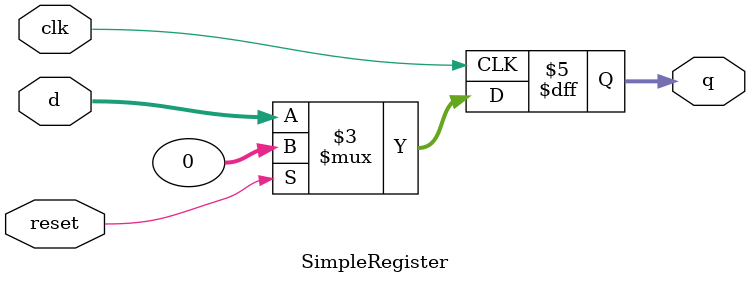
<source format=v>
`timescale 1ns / 1ps
module SimpleRegister(
    input clk,
    input reset,
    input [31:0] d,
    output reg [31:0] q
    );

always @(negedge clk)
begin
	if(reset)
		q = 32'b0;	
	else 
		q = d;
end

endmodule

</source>
